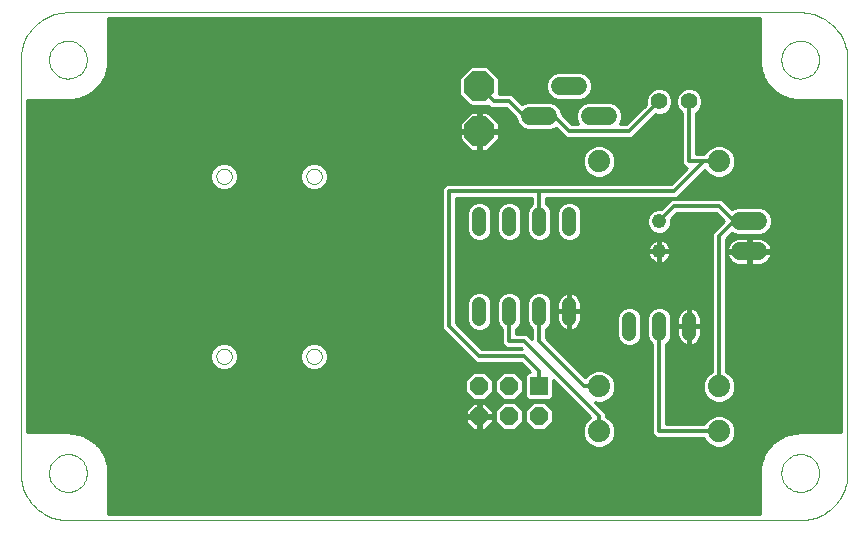
<source format=gbl>
G75*
%MOIN*%
%OFA0B0*%
%FSLAX24Y24*%
%IPPOS*%
%LPD*%
%AMOC8*
5,1,8,0,0,1.08239X$1,22.5*
%
%ADD10C,0.0000*%
%ADD11C,0.0740*%
%ADD12C,0.0480*%
%ADD13C,0.0480*%
%ADD14C,0.0551*%
%ADD15OC8,0.1000*%
%ADD16C,0.0600*%
%ADD17R,0.0600X0.0600*%
%ADD18OC8,0.0600*%
%ADD19C,0.0130*%
%ADD20C,0.0100*%
D10*
X006284Y003416D02*
X030694Y003416D01*
X030064Y004990D02*
X030066Y005040D01*
X030072Y005090D01*
X030082Y005139D01*
X030096Y005187D01*
X030113Y005234D01*
X030134Y005279D01*
X030159Y005323D01*
X030187Y005364D01*
X030219Y005403D01*
X030253Y005440D01*
X030290Y005474D01*
X030330Y005504D01*
X030372Y005531D01*
X030416Y005555D01*
X030462Y005576D01*
X030509Y005592D01*
X030557Y005605D01*
X030607Y005614D01*
X030656Y005619D01*
X030707Y005620D01*
X030757Y005617D01*
X030806Y005610D01*
X030855Y005599D01*
X030903Y005584D01*
X030949Y005566D01*
X030994Y005544D01*
X031037Y005518D01*
X031078Y005489D01*
X031117Y005457D01*
X031153Y005422D01*
X031185Y005384D01*
X031215Y005344D01*
X031242Y005301D01*
X031265Y005257D01*
X031284Y005211D01*
X031300Y005163D01*
X031312Y005114D01*
X031320Y005065D01*
X031324Y005015D01*
X031324Y004965D01*
X031320Y004915D01*
X031312Y004866D01*
X031300Y004817D01*
X031284Y004769D01*
X031265Y004723D01*
X031242Y004679D01*
X031215Y004636D01*
X031185Y004596D01*
X031153Y004558D01*
X031117Y004523D01*
X031078Y004491D01*
X031037Y004462D01*
X030994Y004436D01*
X030949Y004414D01*
X030903Y004396D01*
X030855Y004381D01*
X030806Y004370D01*
X030757Y004363D01*
X030707Y004360D01*
X030656Y004361D01*
X030607Y004366D01*
X030557Y004375D01*
X030509Y004388D01*
X030462Y004404D01*
X030416Y004425D01*
X030372Y004449D01*
X030330Y004476D01*
X030290Y004506D01*
X030253Y004540D01*
X030219Y004577D01*
X030187Y004616D01*
X030159Y004657D01*
X030134Y004701D01*
X030113Y004746D01*
X030096Y004793D01*
X030082Y004841D01*
X030072Y004890D01*
X030066Y004940D01*
X030064Y004990D01*
X030694Y003415D02*
X030771Y003417D01*
X030848Y003423D01*
X030925Y003432D01*
X031001Y003445D01*
X031077Y003462D01*
X031151Y003483D01*
X031225Y003507D01*
X031297Y003535D01*
X031367Y003566D01*
X031436Y003601D01*
X031504Y003639D01*
X031569Y003680D01*
X031632Y003725D01*
X031693Y003773D01*
X031752Y003823D01*
X031808Y003876D01*
X031861Y003932D01*
X031911Y003991D01*
X031959Y004052D01*
X032004Y004115D01*
X032045Y004180D01*
X032083Y004248D01*
X032118Y004317D01*
X032149Y004387D01*
X032177Y004459D01*
X032201Y004533D01*
X032222Y004607D01*
X032239Y004683D01*
X032252Y004759D01*
X032261Y004836D01*
X032267Y004913D01*
X032269Y004990D01*
X032269Y018770D01*
X030064Y018770D02*
X030066Y018820D01*
X030072Y018870D01*
X030082Y018919D01*
X030096Y018967D01*
X030113Y019014D01*
X030134Y019059D01*
X030159Y019103D01*
X030187Y019144D01*
X030219Y019183D01*
X030253Y019220D01*
X030290Y019254D01*
X030330Y019284D01*
X030372Y019311D01*
X030416Y019335D01*
X030462Y019356D01*
X030509Y019372D01*
X030557Y019385D01*
X030607Y019394D01*
X030656Y019399D01*
X030707Y019400D01*
X030757Y019397D01*
X030806Y019390D01*
X030855Y019379D01*
X030903Y019364D01*
X030949Y019346D01*
X030994Y019324D01*
X031037Y019298D01*
X031078Y019269D01*
X031117Y019237D01*
X031153Y019202D01*
X031185Y019164D01*
X031215Y019124D01*
X031242Y019081D01*
X031265Y019037D01*
X031284Y018991D01*
X031300Y018943D01*
X031312Y018894D01*
X031320Y018845D01*
X031324Y018795D01*
X031324Y018745D01*
X031320Y018695D01*
X031312Y018646D01*
X031300Y018597D01*
X031284Y018549D01*
X031265Y018503D01*
X031242Y018459D01*
X031215Y018416D01*
X031185Y018376D01*
X031153Y018338D01*
X031117Y018303D01*
X031078Y018271D01*
X031037Y018242D01*
X030994Y018216D01*
X030949Y018194D01*
X030903Y018176D01*
X030855Y018161D01*
X030806Y018150D01*
X030757Y018143D01*
X030707Y018140D01*
X030656Y018141D01*
X030607Y018146D01*
X030557Y018155D01*
X030509Y018168D01*
X030462Y018184D01*
X030416Y018205D01*
X030372Y018229D01*
X030330Y018256D01*
X030290Y018286D01*
X030253Y018320D01*
X030219Y018357D01*
X030187Y018396D01*
X030159Y018437D01*
X030134Y018481D01*
X030113Y018526D01*
X030096Y018573D01*
X030082Y018621D01*
X030072Y018670D01*
X030066Y018720D01*
X030064Y018770D01*
X030694Y020345D02*
X030771Y020343D01*
X030848Y020337D01*
X030925Y020328D01*
X031001Y020315D01*
X031077Y020298D01*
X031151Y020277D01*
X031225Y020253D01*
X031297Y020225D01*
X031367Y020194D01*
X031436Y020159D01*
X031504Y020121D01*
X031569Y020080D01*
X031632Y020035D01*
X031693Y019987D01*
X031752Y019937D01*
X031808Y019884D01*
X031861Y019828D01*
X031911Y019769D01*
X031959Y019708D01*
X032004Y019645D01*
X032045Y019580D01*
X032083Y019512D01*
X032118Y019443D01*
X032149Y019373D01*
X032177Y019301D01*
X032201Y019227D01*
X032222Y019153D01*
X032239Y019077D01*
X032252Y019001D01*
X032261Y018924D01*
X032267Y018847D01*
X032269Y018770D01*
X030694Y020345D02*
X006284Y020345D01*
X005654Y018770D02*
X005656Y018820D01*
X005662Y018870D01*
X005672Y018919D01*
X005686Y018967D01*
X005703Y019014D01*
X005724Y019059D01*
X005749Y019103D01*
X005777Y019144D01*
X005809Y019183D01*
X005843Y019220D01*
X005880Y019254D01*
X005920Y019284D01*
X005962Y019311D01*
X006006Y019335D01*
X006052Y019356D01*
X006099Y019372D01*
X006147Y019385D01*
X006197Y019394D01*
X006246Y019399D01*
X006297Y019400D01*
X006347Y019397D01*
X006396Y019390D01*
X006445Y019379D01*
X006493Y019364D01*
X006539Y019346D01*
X006584Y019324D01*
X006627Y019298D01*
X006668Y019269D01*
X006707Y019237D01*
X006743Y019202D01*
X006775Y019164D01*
X006805Y019124D01*
X006832Y019081D01*
X006855Y019037D01*
X006874Y018991D01*
X006890Y018943D01*
X006902Y018894D01*
X006910Y018845D01*
X006914Y018795D01*
X006914Y018745D01*
X006910Y018695D01*
X006902Y018646D01*
X006890Y018597D01*
X006874Y018549D01*
X006855Y018503D01*
X006832Y018459D01*
X006805Y018416D01*
X006775Y018376D01*
X006743Y018338D01*
X006707Y018303D01*
X006668Y018271D01*
X006627Y018242D01*
X006584Y018216D01*
X006539Y018194D01*
X006493Y018176D01*
X006445Y018161D01*
X006396Y018150D01*
X006347Y018143D01*
X006297Y018140D01*
X006246Y018141D01*
X006197Y018146D01*
X006147Y018155D01*
X006099Y018168D01*
X006052Y018184D01*
X006006Y018205D01*
X005962Y018229D01*
X005920Y018256D01*
X005880Y018286D01*
X005843Y018320D01*
X005809Y018357D01*
X005777Y018396D01*
X005749Y018437D01*
X005724Y018481D01*
X005703Y018526D01*
X005686Y018573D01*
X005672Y018621D01*
X005662Y018670D01*
X005656Y018720D01*
X005654Y018770D01*
X004709Y018770D02*
X004711Y018847D01*
X004717Y018924D01*
X004726Y019001D01*
X004739Y019077D01*
X004756Y019153D01*
X004777Y019227D01*
X004801Y019301D01*
X004829Y019373D01*
X004860Y019443D01*
X004895Y019512D01*
X004933Y019580D01*
X004974Y019645D01*
X005019Y019708D01*
X005067Y019769D01*
X005117Y019828D01*
X005170Y019884D01*
X005226Y019937D01*
X005285Y019987D01*
X005346Y020035D01*
X005409Y020080D01*
X005474Y020121D01*
X005542Y020159D01*
X005611Y020194D01*
X005681Y020225D01*
X005753Y020253D01*
X005827Y020277D01*
X005901Y020298D01*
X005977Y020315D01*
X006053Y020328D01*
X006130Y020337D01*
X006207Y020343D01*
X006284Y020345D01*
X004709Y018770D02*
X004709Y004990D01*
X005654Y004990D02*
X005656Y005040D01*
X005662Y005090D01*
X005672Y005139D01*
X005686Y005187D01*
X005703Y005234D01*
X005724Y005279D01*
X005749Y005323D01*
X005777Y005364D01*
X005809Y005403D01*
X005843Y005440D01*
X005880Y005474D01*
X005920Y005504D01*
X005962Y005531D01*
X006006Y005555D01*
X006052Y005576D01*
X006099Y005592D01*
X006147Y005605D01*
X006197Y005614D01*
X006246Y005619D01*
X006297Y005620D01*
X006347Y005617D01*
X006396Y005610D01*
X006445Y005599D01*
X006493Y005584D01*
X006539Y005566D01*
X006584Y005544D01*
X006627Y005518D01*
X006668Y005489D01*
X006707Y005457D01*
X006743Y005422D01*
X006775Y005384D01*
X006805Y005344D01*
X006832Y005301D01*
X006855Y005257D01*
X006874Y005211D01*
X006890Y005163D01*
X006902Y005114D01*
X006910Y005065D01*
X006914Y005015D01*
X006914Y004965D01*
X006910Y004915D01*
X006902Y004866D01*
X006890Y004817D01*
X006874Y004769D01*
X006855Y004723D01*
X006832Y004679D01*
X006805Y004636D01*
X006775Y004596D01*
X006743Y004558D01*
X006707Y004523D01*
X006668Y004491D01*
X006627Y004462D01*
X006584Y004436D01*
X006539Y004414D01*
X006493Y004396D01*
X006445Y004381D01*
X006396Y004370D01*
X006347Y004363D01*
X006297Y004360D01*
X006246Y004361D01*
X006197Y004366D01*
X006147Y004375D01*
X006099Y004388D01*
X006052Y004404D01*
X006006Y004425D01*
X005962Y004449D01*
X005920Y004476D01*
X005880Y004506D01*
X005843Y004540D01*
X005809Y004577D01*
X005777Y004616D01*
X005749Y004657D01*
X005724Y004701D01*
X005703Y004746D01*
X005686Y004793D01*
X005672Y004841D01*
X005662Y004890D01*
X005656Y004940D01*
X005654Y004990D01*
X004709Y004990D02*
X004711Y004913D01*
X004717Y004836D01*
X004726Y004759D01*
X004739Y004683D01*
X004756Y004607D01*
X004777Y004533D01*
X004801Y004459D01*
X004829Y004387D01*
X004860Y004317D01*
X004895Y004248D01*
X004933Y004180D01*
X004974Y004115D01*
X005019Y004052D01*
X005067Y003991D01*
X005117Y003932D01*
X005170Y003876D01*
X005226Y003823D01*
X005285Y003773D01*
X005346Y003725D01*
X005409Y003680D01*
X005474Y003639D01*
X005542Y003601D01*
X005611Y003566D01*
X005681Y003535D01*
X005753Y003507D01*
X005827Y003483D01*
X005901Y003462D01*
X005977Y003445D01*
X006053Y003432D01*
X006130Y003423D01*
X006207Y003417D01*
X006284Y003415D01*
X011233Y008880D02*
X011235Y008911D01*
X011241Y008942D01*
X011250Y008972D01*
X011263Y009001D01*
X011280Y009028D01*
X011300Y009052D01*
X011322Y009074D01*
X011348Y009093D01*
X011375Y009109D01*
X011404Y009121D01*
X011434Y009130D01*
X011465Y009135D01*
X011497Y009136D01*
X011528Y009133D01*
X011559Y009126D01*
X011589Y009116D01*
X011617Y009102D01*
X011643Y009084D01*
X011667Y009064D01*
X011688Y009040D01*
X011707Y009015D01*
X011722Y008987D01*
X011733Y008958D01*
X011741Y008927D01*
X011745Y008896D01*
X011745Y008864D01*
X011741Y008833D01*
X011733Y008802D01*
X011722Y008773D01*
X011707Y008745D01*
X011688Y008720D01*
X011667Y008696D01*
X011643Y008676D01*
X011617Y008658D01*
X011589Y008644D01*
X011559Y008634D01*
X011528Y008627D01*
X011497Y008624D01*
X011465Y008625D01*
X011434Y008630D01*
X011404Y008639D01*
X011375Y008651D01*
X011348Y008667D01*
X011322Y008686D01*
X011300Y008708D01*
X011280Y008732D01*
X011263Y008759D01*
X011250Y008788D01*
X011241Y008818D01*
X011235Y008849D01*
X011233Y008880D01*
X014233Y008880D02*
X014235Y008911D01*
X014241Y008942D01*
X014250Y008972D01*
X014263Y009001D01*
X014280Y009028D01*
X014300Y009052D01*
X014322Y009074D01*
X014348Y009093D01*
X014375Y009109D01*
X014404Y009121D01*
X014434Y009130D01*
X014465Y009135D01*
X014497Y009136D01*
X014528Y009133D01*
X014559Y009126D01*
X014589Y009116D01*
X014617Y009102D01*
X014643Y009084D01*
X014667Y009064D01*
X014688Y009040D01*
X014707Y009015D01*
X014722Y008987D01*
X014733Y008958D01*
X014741Y008927D01*
X014745Y008896D01*
X014745Y008864D01*
X014741Y008833D01*
X014733Y008802D01*
X014722Y008773D01*
X014707Y008745D01*
X014688Y008720D01*
X014667Y008696D01*
X014643Y008676D01*
X014617Y008658D01*
X014589Y008644D01*
X014559Y008634D01*
X014528Y008627D01*
X014497Y008624D01*
X014465Y008625D01*
X014434Y008630D01*
X014404Y008639D01*
X014375Y008651D01*
X014348Y008667D01*
X014322Y008686D01*
X014300Y008708D01*
X014280Y008732D01*
X014263Y008759D01*
X014250Y008788D01*
X014241Y008818D01*
X014235Y008849D01*
X014233Y008880D01*
X014233Y014880D02*
X014235Y014911D01*
X014241Y014942D01*
X014250Y014972D01*
X014263Y015001D01*
X014280Y015028D01*
X014300Y015052D01*
X014322Y015074D01*
X014348Y015093D01*
X014375Y015109D01*
X014404Y015121D01*
X014434Y015130D01*
X014465Y015135D01*
X014497Y015136D01*
X014528Y015133D01*
X014559Y015126D01*
X014589Y015116D01*
X014617Y015102D01*
X014643Y015084D01*
X014667Y015064D01*
X014688Y015040D01*
X014707Y015015D01*
X014722Y014987D01*
X014733Y014958D01*
X014741Y014927D01*
X014745Y014896D01*
X014745Y014864D01*
X014741Y014833D01*
X014733Y014802D01*
X014722Y014773D01*
X014707Y014745D01*
X014688Y014720D01*
X014667Y014696D01*
X014643Y014676D01*
X014617Y014658D01*
X014589Y014644D01*
X014559Y014634D01*
X014528Y014627D01*
X014497Y014624D01*
X014465Y014625D01*
X014434Y014630D01*
X014404Y014639D01*
X014375Y014651D01*
X014348Y014667D01*
X014322Y014686D01*
X014300Y014708D01*
X014280Y014732D01*
X014263Y014759D01*
X014250Y014788D01*
X014241Y014818D01*
X014235Y014849D01*
X014233Y014880D01*
X011233Y014880D02*
X011235Y014911D01*
X011241Y014942D01*
X011250Y014972D01*
X011263Y015001D01*
X011280Y015028D01*
X011300Y015052D01*
X011322Y015074D01*
X011348Y015093D01*
X011375Y015109D01*
X011404Y015121D01*
X011434Y015130D01*
X011465Y015135D01*
X011497Y015136D01*
X011528Y015133D01*
X011559Y015126D01*
X011589Y015116D01*
X011617Y015102D01*
X011643Y015084D01*
X011667Y015064D01*
X011688Y015040D01*
X011707Y015015D01*
X011722Y014987D01*
X011733Y014958D01*
X011741Y014927D01*
X011745Y014896D01*
X011745Y014864D01*
X011741Y014833D01*
X011733Y014802D01*
X011722Y014773D01*
X011707Y014745D01*
X011688Y014720D01*
X011667Y014696D01*
X011643Y014676D01*
X011617Y014658D01*
X011589Y014644D01*
X011559Y014634D01*
X011528Y014627D01*
X011497Y014624D01*
X011465Y014625D01*
X011434Y014630D01*
X011404Y014639D01*
X011375Y014651D01*
X011348Y014667D01*
X011322Y014686D01*
X011300Y014708D01*
X011280Y014732D01*
X011263Y014759D01*
X011250Y014788D01*
X011241Y014818D01*
X011235Y014849D01*
X011233Y014880D01*
D11*
X023989Y015380D03*
X027989Y015380D03*
X027989Y007880D03*
X027989Y006380D03*
X023989Y006380D03*
X023989Y007880D03*
D12*
X024989Y009640D02*
X024989Y010120D01*
X025989Y010120D02*
X025989Y009640D01*
X026989Y009640D02*
X026989Y010120D01*
X022989Y010140D02*
X022989Y010620D01*
X021989Y010620D02*
X021989Y010140D01*
X020989Y010140D02*
X020989Y010620D01*
X019989Y010620D02*
X019989Y010140D01*
X019989Y013140D02*
X019989Y013620D01*
X020989Y013620D02*
X020989Y013140D01*
X021989Y013140D02*
X021989Y013620D01*
X022989Y013620D02*
X022989Y013140D01*
D13*
X025989Y013380D03*
X025989Y012380D03*
D14*
X025989Y017380D03*
X026989Y017380D03*
D15*
X019989Y017880D03*
X019989Y016380D03*
D16*
X021689Y016880D02*
X022289Y016880D01*
X022689Y017880D02*
X023289Y017880D01*
X023689Y016880D02*
X024289Y016880D01*
X028689Y013380D02*
X029289Y013380D01*
X029289Y012380D02*
X028689Y012380D01*
D17*
X021989Y007880D03*
D18*
X020989Y007880D03*
X019989Y007880D03*
X019989Y006880D03*
X020989Y006880D03*
X021989Y006880D03*
D19*
X021989Y007880D02*
X021989Y008380D01*
X021489Y008880D01*
X019989Y008880D01*
X018989Y009880D01*
X018989Y014380D01*
X021989Y014380D01*
X026489Y014380D01*
X027489Y015380D01*
X026989Y015380D01*
X026989Y017380D01*
X025989Y017380D02*
X024989Y016380D01*
X022989Y016380D01*
X022489Y016880D01*
X021989Y016880D01*
X021489Y016880D01*
X020989Y017380D01*
X020489Y017380D01*
X019989Y017880D01*
X021989Y014380D02*
X021989Y013380D01*
X025989Y013380D02*
X026489Y013880D01*
X027989Y013880D01*
X028489Y013380D01*
X028989Y013380D01*
X028489Y013380D02*
X027989Y012880D01*
X027989Y007880D01*
X027989Y006380D02*
X025989Y006380D01*
X025989Y009880D01*
X023989Y007880D02*
X023489Y007880D01*
X021989Y009380D01*
X021989Y010380D01*
X020989Y010380D02*
X020989Y009380D01*
X021489Y009380D01*
X023989Y006880D01*
X023989Y006380D01*
X027489Y015380D02*
X027989Y015380D01*
D20*
X028391Y015018D02*
X032069Y015018D01*
X032069Y014920D02*
X028288Y014920D01*
X028295Y014922D02*
X028447Y015074D01*
X028529Y015273D01*
X028529Y015488D01*
X028447Y015686D01*
X028295Y015838D01*
X028096Y015920D01*
X027882Y015920D01*
X027683Y015838D01*
X027531Y015686D01*
X027502Y015615D01*
X027224Y015615D01*
X027224Y016995D01*
X027241Y017002D01*
X027367Y017128D01*
X027435Y017292D01*
X027435Y017469D01*
X027367Y017633D01*
X027241Y017758D01*
X027078Y017826D01*
X026900Y017826D01*
X026737Y017758D01*
X026611Y017633D01*
X026543Y017469D01*
X026543Y017292D01*
X026611Y017128D01*
X026737Y017002D01*
X026754Y016995D01*
X026754Y015283D01*
X026892Y015145D01*
X026922Y015145D01*
X026392Y014615D01*
X018892Y014615D01*
X018754Y014478D01*
X018754Y009783D01*
X018892Y009645D01*
X019892Y008645D01*
X021392Y008645D01*
X021687Y008350D01*
X021619Y008350D01*
X021519Y008251D01*
X021519Y007510D01*
X021619Y007410D01*
X022359Y007410D01*
X022459Y007510D01*
X022459Y008078D01*
X023694Y006843D01*
X022459Y006843D01*
X022459Y006941D02*
X023596Y006941D01*
X023683Y006838D02*
X023531Y006686D01*
X023449Y006488D01*
X023449Y006273D01*
X023531Y006074D01*
X023683Y005922D01*
X023882Y005840D01*
X024096Y005840D01*
X024295Y005922D01*
X024447Y006074D01*
X024529Y006273D01*
X024529Y006488D01*
X024447Y006686D01*
X024295Y006838D01*
X024224Y006867D01*
X024224Y006978D01*
X024086Y007115D01*
X023847Y007355D01*
X023882Y007340D01*
X024096Y007340D01*
X024295Y007422D01*
X024447Y007574D01*
X024529Y007773D01*
X024529Y007988D01*
X024447Y008186D01*
X024295Y008338D01*
X024096Y008420D01*
X023882Y008420D01*
X023683Y008338D01*
X023531Y008186D01*
X023527Y008175D01*
X022224Y009478D01*
X022224Y009795D01*
X022337Y009908D01*
X022399Y010059D01*
X022399Y010702D01*
X022337Y010852D01*
X022221Y010968D01*
X022071Y011030D01*
X021907Y011030D01*
X021757Y010968D01*
X021641Y010852D01*
X021579Y010702D01*
X021579Y010059D01*
X021641Y009908D01*
X021754Y009795D01*
X021754Y009448D01*
X021586Y009615D01*
X021224Y009615D01*
X021224Y009795D01*
X021337Y009908D01*
X021399Y010059D01*
X021399Y010702D01*
X021337Y010852D01*
X021221Y010968D01*
X021071Y011030D01*
X020907Y011030D01*
X020757Y010968D01*
X020641Y010852D01*
X020579Y010702D01*
X020579Y010059D01*
X020641Y009908D01*
X020754Y009795D01*
X020754Y009283D01*
X020892Y009145D01*
X021392Y009145D01*
X021422Y009115D01*
X020086Y009115D01*
X019224Y009978D01*
X019224Y014145D01*
X021754Y014145D01*
X021754Y013965D01*
X021641Y013852D01*
X021579Y013702D01*
X021579Y013059D01*
X021641Y012908D01*
X021757Y012793D01*
X021907Y012730D01*
X022071Y012730D01*
X022221Y012793D01*
X022337Y012908D01*
X022399Y013059D01*
X022399Y013702D01*
X022337Y013852D01*
X022224Y013965D01*
X022224Y014145D01*
X026586Y014145D01*
X027527Y015085D01*
X027531Y015074D01*
X027683Y014922D01*
X027882Y014840D01*
X028096Y014840D01*
X028295Y014922D01*
X028464Y015117D02*
X032069Y015117D01*
X032069Y015215D02*
X028505Y015215D01*
X028529Y015314D02*
X032069Y015314D01*
X032069Y015412D02*
X028529Y015412D01*
X028519Y015511D02*
X032069Y015511D01*
X032069Y015609D02*
X028479Y015609D01*
X028425Y015708D02*
X032069Y015708D01*
X032069Y015806D02*
X028327Y015806D01*
X028134Y015905D02*
X032069Y015905D01*
X032069Y016003D02*
X027224Y016003D01*
X027224Y015905D02*
X027844Y015905D01*
X027651Y015806D02*
X027224Y015806D01*
X027224Y015708D02*
X027553Y015708D01*
X027224Y016102D02*
X032069Y016102D01*
X032069Y016200D02*
X027224Y016200D01*
X027224Y016299D02*
X032069Y016299D01*
X032069Y016397D02*
X027224Y016397D01*
X027224Y016496D02*
X032069Y016496D01*
X032069Y016594D02*
X027224Y016594D01*
X027224Y016693D02*
X032069Y016693D01*
X032069Y016791D02*
X027224Y016791D01*
X027224Y016890D02*
X032069Y016890D01*
X032069Y016988D02*
X027224Y016988D01*
X027326Y017087D02*
X032069Y017087D01*
X032069Y017185D02*
X027391Y017185D01*
X027431Y017284D02*
X032069Y017284D01*
X032069Y017382D02*
X027435Y017382D01*
X027430Y017481D02*
X030278Y017481D01*
X030256Y017486D02*
X030313Y017473D01*
X030368Y017453D01*
X030380Y017459D01*
X030434Y017447D01*
X030443Y017436D01*
X030501Y017432D01*
X030558Y017420D01*
X030570Y017427D01*
X030618Y017424D01*
X030623Y017419D01*
X030688Y017419D01*
X030752Y017414D01*
X030757Y017419D01*
X032069Y017419D01*
X032069Y006342D01*
X030757Y006342D01*
X030752Y006346D01*
X030688Y006342D01*
X030623Y006342D01*
X030618Y006337D01*
X030570Y006333D01*
X030558Y006341D01*
X030501Y006328D01*
X030443Y006324D01*
X030434Y006314D01*
X030380Y006302D01*
X030368Y006308D01*
X030313Y006287D01*
X030256Y006275D01*
X030249Y006263D01*
X030197Y006244D01*
X030183Y006248D01*
X030132Y006220D01*
X030078Y006199D01*
X030072Y006187D01*
X030023Y006160D01*
X030010Y006162D01*
X029963Y006127D01*
X029912Y006099D01*
X029908Y006086D01*
X029864Y006053D01*
X029850Y006053D01*
X029809Y006012D01*
X029762Y005977D01*
X029760Y005963D01*
X029721Y005924D01*
X029707Y005922D01*
X029672Y005875D01*
X029631Y005834D01*
X029631Y005820D01*
X029598Y005776D01*
X029585Y005772D01*
X029557Y005721D01*
X029522Y005674D01*
X029524Y005661D01*
X029497Y005612D01*
X029485Y005606D01*
X029464Y005552D01*
X029436Y005501D01*
X029440Y005487D01*
X029421Y005436D01*
X029409Y005428D01*
X029397Y005371D01*
X029377Y005317D01*
X029382Y005304D01*
X029371Y005250D01*
X029360Y005241D01*
X029356Y005183D01*
X029344Y005126D01*
X029351Y005114D01*
X029348Y005066D01*
X029343Y005061D01*
X029343Y004996D01*
X029338Y004932D01*
X029343Y004927D01*
X029343Y003616D01*
X007635Y003616D01*
X007635Y004927D01*
X007640Y004932D01*
X007635Y004996D01*
X007635Y005061D01*
X007630Y005066D01*
X007627Y005114D01*
X007634Y005126D01*
X007622Y005183D01*
X007618Y005241D01*
X007607Y005250D01*
X007596Y005304D01*
X007601Y005317D01*
X007581Y005371D01*
X007569Y005428D01*
X007557Y005436D01*
X007538Y005487D01*
X007542Y005501D01*
X007514Y005552D01*
X007493Y005606D01*
X007481Y005612D01*
X007454Y005661D01*
X007456Y005674D01*
X007421Y005721D01*
X007393Y005772D01*
X007380Y005776D01*
X007347Y005820D01*
X007347Y005834D01*
X007306Y005875D01*
X007271Y005922D01*
X007257Y005924D01*
X007218Y005963D01*
X007216Y005977D01*
X007169Y006012D01*
X007128Y006053D01*
X007114Y006053D01*
X007070Y006086D01*
X007066Y006099D01*
X007015Y006127D01*
X006968Y006162D01*
X006955Y006160D01*
X006906Y006187D01*
X006900Y006199D01*
X006846Y006220D01*
X006795Y006248D01*
X006781Y006244D01*
X006729Y006263D01*
X006722Y006275D01*
X006665Y006287D01*
X006610Y006308D01*
X006598Y006302D01*
X006544Y006314D01*
X006535Y006324D01*
X006477Y006328D01*
X006420Y006341D01*
X006408Y006333D01*
X006360Y006337D01*
X006355Y006342D01*
X006290Y006342D01*
X006226Y006346D01*
X006221Y006342D01*
X004909Y006342D01*
X004909Y017419D01*
X006221Y017419D01*
X006226Y017414D01*
X006290Y017419D01*
X006355Y017419D01*
X006360Y017424D01*
X006408Y017427D01*
X006420Y017420D01*
X006477Y017432D01*
X006535Y017436D01*
X006544Y017447D01*
X006598Y017459D01*
X006610Y017453D01*
X006665Y017473D01*
X006722Y017486D01*
X006729Y017497D01*
X006781Y017517D01*
X006795Y017513D01*
X006846Y017541D01*
X006900Y017561D01*
X006906Y017573D01*
X006955Y017600D01*
X006968Y017598D01*
X007015Y017633D01*
X007066Y017661D01*
X007070Y017674D01*
X007114Y017707D01*
X007128Y017707D01*
X007169Y017749D01*
X007216Y017783D01*
X007218Y017797D01*
X007257Y017836D01*
X007271Y017838D01*
X007306Y017885D01*
X007347Y017926D01*
X007347Y017940D01*
X007380Y017984D01*
X007393Y017988D01*
X007421Y018039D01*
X007456Y018086D01*
X007454Y018100D01*
X007481Y018148D01*
X007493Y018154D01*
X007514Y018208D01*
X007542Y018260D01*
X007538Y018273D01*
X007557Y018325D01*
X007569Y018332D01*
X007581Y018389D01*
X007601Y018444D01*
X007596Y018456D01*
X007607Y018510D01*
X007618Y018519D01*
X007622Y018578D01*
X007634Y018635D01*
X007627Y018646D01*
X007630Y018695D01*
X007635Y018700D01*
X007635Y018764D01*
X007640Y018828D01*
X007635Y018833D01*
X007635Y020145D01*
X029343Y020145D01*
X029343Y018833D01*
X029338Y018828D01*
X029343Y018764D01*
X029343Y018700D01*
X029348Y018695D01*
X029351Y018646D01*
X029344Y018635D01*
X029356Y018578D01*
X029360Y018519D01*
X029371Y018510D01*
X029382Y018456D01*
X029377Y018444D01*
X029397Y018389D01*
X029409Y018332D01*
X029421Y018325D01*
X029440Y018273D01*
X029436Y018260D01*
X029464Y018208D01*
X029485Y018154D01*
X029497Y018148D01*
X029524Y018100D01*
X029522Y018086D01*
X029557Y018039D01*
X029585Y017988D01*
X029598Y017984D01*
X029631Y017940D01*
X029631Y017926D01*
X029672Y017885D01*
X029707Y017838D01*
X029721Y017836D01*
X029760Y017797D01*
X029762Y017783D01*
X029809Y017749D01*
X029850Y017707D01*
X029864Y017707D01*
X029908Y017674D01*
X029912Y017661D01*
X029963Y017633D01*
X030010Y017598D01*
X030023Y017600D01*
X030072Y017573D01*
X030078Y017561D01*
X030132Y017541D01*
X030183Y017513D01*
X030197Y017517D01*
X030249Y017497D01*
X030256Y017486D01*
X030061Y017579D02*
X027389Y017579D01*
X027322Y017678D02*
X029903Y017678D01*
X029772Y017776D02*
X027197Y017776D01*
X026781Y017776D02*
X026197Y017776D01*
X026241Y017758D02*
X026078Y017826D01*
X025900Y017826D01*
X025737Y017758D01*
X025611Y017633D01*
X025543Y017469D01*
X025543Y017292D01*
X025551Y017274D01*
X024892Y016615D01*
X024688Y016615D01*
X024759Y016787D01*
X024759Y016974D01*
X024687Y017146D01*
X024555Y017279D01*
X024382Y017350D01*
X023595Y017350D01*
X023423Y017279D01*
X023291Y017146D01*
X023219Y016974D01*
X023219Y016787D01*
X023290Y016615D01*
X023086Y016615D01*
X022759Y016943D01*
X022759Y016974D01*
X022687Y017146D01*
X022555Y017279D01*
X022382Y017350D01*
X021595Y017350D01*
X021423Y017279D01*
X021086Y017615D01*
X020659Y017615D01*
X020659Y018158D01*
X020266Y018550D01*
X019711Y018550D01*
X019319Y018158D01*
X019319Y017603D01*
X019711Y017210D01*
X020266Y017210D01*
X020297Y017240D01*
X020392Y017145D01*
X020892Y017145D01*
X021219Y016818D01*
X021219Y016787D01*
X021291Y016614D01*
X021423Y016482D01*
X021595Y016410D01*
X022382Y016410D01*
X022555Y016482D01*
X022892Y016145D01*
X025086Y016145D01*
X025224Y016283D01*
X025883Y016942D01*
X025900Y016935D01*
X026078Y016935D01*
X026241Y017002D01*
X026367Y017128D01*
X026435Y017292D01*
X026435Y017469D01*
X026367Y017633D01*
X026241Y017758D01*
X026322Y017678D02*
X026656Y017678D01*
X026589Y017579D02*
X026389Y017579D01*
X026430Y017481D02*
X026548Y017481D01*
X026543Y017382D02*
X026435Y017382D01*
X026431Y017284D02*
X026547Y017284D01*
X026587Y017185D02*
X026391Y017185D01*
X026326Y017087D02*
X026652Y017087D01*
X026754Y016988D02*
X026207Y016988D01*
X025831Y016890D02*
X026754Y016890D01*
X026754Y016791D02*
X025732Y016791D01*
X025634Y016693D02*
X026754Y016693D01*
X026754Y016594D02*
X025535Y016594D01*
X025437Y016496D02*
X026754Y016496D01*
X026754Y016397D02*
X025338Y016397D01*
X025240Y016299D02*
X026754Y016299D01*
X026754Y016200D02*
X025141Y016200D01*
X024969Y016693D02*
X024720Y016693D01*
X024759Y016791D02*
X025068Y016791D01*
X025166Y016890D02*
X024759Y016890D01*
X024753Y016988D02*
X025265Y016988D01*
X025363Y017087D02*
X024712Y017087D01*
X024649Y017185D02*
X025462Y017185D01*
X025547Y017284D02*
X024543Y017284D01*
X023687Y017614D02*
X023759Y017787D01*
X023759Y017974D01*
X023687Y018146D01*
X023555Y018279D01*
X023382Y018350D01*
X022595Y018350D01*
X022423Y018279D01*
X022291Y018146D01*
X022219Y017974D01*
X022219Y017787D01*
X022291Y017614D01*
X022423Y017482D01*
X022595Y017410D01*
X023382Y017410D01*
X023555Y017482D01*
X023687Y017614D01*
X023653Y017579D02*
X025589Y017579D01*
X025548Y017481D02*
X023553Y017481D01*
X023435Y017284D02*
X022543Y017284D01*
X022649Y017185D02*
X023329Y017185D01*
X023266Y017087D02*
X022712Y017087D01*
X022753Y016988D02*
X023225Y016988D01*
X023219Y016890D02*
X022812Y016890D01*
X022910Y016791D02*
X023219Y016791D01*
X023258Y016693D02*
X023009Y016693D01*
X022640Y016397D02*
X020039Y016397D01*
X020039Y016430D02*
X020639Y016430D01*
X020639Y016649D01*
X020258Y017030D01*
X020039Y017030D01*
X020039Y016430D01*
X020039Y016330D01*
X020039Y015730D01*
X020258Y015730D01*
X020639Y016111D01*
X020639Y016330D01*
X020039Y016330D01*
X019939Y016330D01*
X019939Y015730D01*
X019720Y015730D01*
X019339Y016111D01*
X019339Y016330D01*
X019939Y016330D01*
X019939Y016430D01*
X019339Y016430D01*
X019339Y016649D01*
X019720Y017030D01*
X019939Y017030D01*
X019939Y016430D01*
X020039Y016430D01*
X020039Y016496D02*
X019939Y016496D01*
X019939Y016594D02*
X020039Y016594D01*
X020039Y016693D02*
X019939Y016693D01*
X019939Y016791D02*
X020039Y016791D01*
X020039Y016890D02*
X019939Y016890D01*
X019939Y016988D02*
X020039Y016988D01*
X020300Y016988D02*
X021049Y016988D01*
X021147Y016890D02*
X020399Y016890D01*
X020497Y016791D02*
X021219Y016791D01*
X021258Y016693D02*
X020596Y016693D01*
X020639Y016594D02*
X021310Y016594D01*
X021409Y016496D02*
X020639Y016496D01*
X020639Y016299D02*
X022738Y016299D01*
X022837Y016200D02*
X020639Y016200D01*
X020630Y016102D02*
X026754Y016102D01*
X026754Y016003D02*
X020531Y016003D01*
X020433Y015905D02*
X023844Y015905D01*
X023882Y015920D02*
X023683Y015838D01*
X023531Y015686D01*
X023449Y015488D01*
X023449Y015273D01*
X023531Y015074D01*
X023683Y014922D01*
X023882Y014840D01*
X024096Y014840D01*
X024295Y014922D01*
X024447Y015074D01*
X024529Y015273D01*
X024529Y015488D01*
X024447Y015686D01*
X024295Y015838D01*
X024096Y015920D01*
X023882Y015920D01*
X024134Y015905D02*
X026754Y015905D01*
X026754Y015806D02*
X024327Y015806D01*
X024425Y015708D02*
X026754Y015708D01*
X026754Y015609D02*
X024479Y015609D01*
X024519Y015511D02*
X026754Y015511D01*
X026754Y015412D02*
X024529Y015412D01*
X024529Y015314D02*
X026754Y015314D01*
X026822Y015215D02*
X024505Y015215D01*
X024464Y015117D02*
X026893Y015117D01*
X026795Y015018D02*
X024391Y015018D01*
X024288Y014920D02*
X026696Y014920D01*
X026598Y014821D02*
X014945Y014821D01*
X014945Y014789D02*
X014875Y014622D01*
X014747Y014494D01*
X014580Y014424D01*
X014398Y014424D01*
X014231Y014494D01*
X014102Y014622D01*
X014033Y014789D01*
X014033Y014971D01*
X014102Y015138D01*
X014231Y015267D01*
X014398Y015336D01*
X014580Y015336D01*
X014747Y015267D01*
X014875Y015138D01*
X014945Y014971D01*
X014945Y014789D01*
X014917Y014723D02*
X026499Y014723D01*
X026401Y014624D02*
X014876Y014624D01*
X014779Y014526D02*
X018802Y014526D01*
X018754Y014427D02*
X014587Y014427D01*
X014391Y014427D02*
X011587Y014427D01*
X011580Y014424D02*
X011747Y014494D01*
X011875Y014622D01*
X011945Y014789D01*
X011945Y014971D01*
X011875Y015138D01*
X011747Y015267D01*
X011580Y015336D01*
X011398Y015336D01*
X011231Y015267D01*
X011102Y015138D01*
X011033Y014971D01*
X011033Y014789D01*
X011102Y014622D01*
X011231Y014494D01*
X011398Y014424D01*
X011580Y014424D01*
X011391Y014427D02*
X004909Y014427D01*
X004909Y014329D02*
X018754Y014329D01*
X018754Y014230D02*
X004909Y014230D01*
X004909Y014132D02*
X018754Y014132D01*
X018754Y014033D02*
X004909Y014033D01*
X004909Y013935D02*
X018754Y013935D01*
X018754Y013836D02*
X004909Y013836D01*
X004909Y013738D02*
X018754Y013738D01*
X018754Y013639D02*
X004909Y013639D01*
X004909Y013541D02*
X018754Y013541D01*
X018754Y013442D02*
X004909Y013442D01*
X004909Y013344D02*
X018754Y013344D01*
X018754Y013245D02*
X004909Y013245D01*
X004909Y013147D02*
X018754Y013147D01*
X018754Y013048D02*
X004909Y013048D01*
X004909Y012950D02*
X018754Y012950D01*
X018754Y012851D02*
X004909Y012851D01*
X004909Y012753D02*
X018754Y012753D01*
X018754Y012654D02*
X004909Y012654D01*
X004909Y012556D02*
X018754Y012556D01*
X018754Y012457D02*
X004909Y012457D01*
X004909Y012359D02*
X018754Y012359D01*
X018754Y012260D02*
X004909Y012260D01*
X004909Y012162D02*
X018754Y012162D01*
X018754Y012063D02*
X004909Y012063D01*
X004909Y011965D02*
X018754Y011965D01*
X018754Y011866D02*
X004909Y011866D01*
X004909Y011768D02*
X018754Y011768D01*
X018754Y011669D02*
X004909Y011669D01*
X004909Y011571D02*
X018754Y011571D01*
X018754Y011472D02*
X004909Y011472D01*
X004909Y011374D02*
X018754Y011374D01*
X018754Y011275D02*
X004909Y011275D01*
X004909Y011177D02*
X018754Y011177D01*
X018754Y011078D02*
X004909Y011078D01*
X004909Y010980D02*
X018754Y010980D01*
X018754Y010881D02*
X004909Y010881D01*
X004909Y010783D02*
X018754Y010783D01*
X018754Y010684D02*
X004909Y010684D01*
X004909Y010586D02*
X018754Y010586D01*
X018754Y010487D02*
X004909Y010487D01*
X004909Y010389D02*
X018754Y010389D01*
X018754Y010290D02*
X004909Y010290D01*
X004909Y010192D02*
X018754Y010192D01*
X018754Y010093D02*
X004909Y010093D01*
X004909Y009995D02*
X018754Y009995D01*
X018754Y009896D02*
X004909Y009896D01*
X004909Y009798D02*
X018754Y009798D01*
X018838Y009699D02*
X004909Y009699D01*
X004909Y009601D02*
X018936Y009601D01*
X019035Y009502D02*
X004909Y009502D01*
X004909Y009404D02*
X019133Y009404D01*
X019232Y009305D02*
X014654Y009305D01*
X014580Y009336D02*
X014398Y009336D01*
X014231Y009267D01*
X014102Y009138D01*
X014033Y008971D01*
X014033Y008789D01*
X014102Y008622D01*
X014231Y008494D01*
X014398Y008424D01*
X014580Y008424D01*
X014747Y008494D01*
X014875Y008622D01*
X014945Y008789D01*
X014945Y008971D01*
X014875Y009138D01*
X014747Y009267D01*
X014580Y009336D01*
X014324Y009305D02*
X011654Y009305D01*
X011580Y009336D02*
X011747Y009267D01*
X011875Y009138D01*
X011945Y008971D01*
X011945Y008789D01*
X011875Y008622D01*
X011747Y008494D01*
X011580Y008424D01*
X011398Y008424D01*
X011231Y008494D01*
X011102Y008622D01*
X011033Y008789D01*
X011033Y008971D01*
X011102Y009138D01*
X011231Y009267D01*
X011398Y009336D01*
X011580Y009336D01*
X011324Y009305D02*
X004909Y009305D01*
X004909Y009207D02*
X011171Y009207D01*
X011090Y009108D02*
X004909Y009108D01*
X004909Y009010D02*
X011049Y009010D01*
X011033Y008911D02*
X004909Y008911D01*
X004909Y008813D02*
X011033Y008813D01*
X011064Y008714D02*
X004909Y008714D01*
X004909Y008616D02*
X011109Y008616D01*
X011207Y008517D02*
X004909Y008517D01*
X004909Y008419D02*
X021618Y008419D01*
X021589Y008320D02*
X021214Y008320D01*
X021184Y008350D02*
X020794Y008350D01*
X020519Y008075D01*
X020519Y007686D01*
X020794Y007410D01*
X021184Y007410D01*
X021459Y007686D01*
X021459Y008075D01*
X021184Y008350D01*
X021312Y008222D02*
X021519Y008222D01*
X021519Y008123D02*
X021411Y008123D01*
X021459Y008025D02*
X021519Y008025D01*
X021519Y007926D02*
X021459Y007926D01*
X021459Y007828D02*
X021519Y007828D01*
X021519Y007729D02*
X021459Y007729D01*
X021404Y007631D02*
X021519Y007631D01*
X021519Y007532D02*
X021306Y007532D01*
X021207Y007434D02*
X021595Y007434D01*
X021779Y007335D02*
X021199Y007335D01*
X021184Y007350D02*
X020794Y007350D01*
X020519Y007075D01*
X020519Y006686D01*
X020794Y006410D01*
X021184Y006410D01*
X021459Y006686D01*
X021459Y007075D01*
X021184Y007350D01*
X021297Y007237D02*
X021681Y007237D01*
X021582Y007138D02*
X021396Y007138D01*
X021459Y007040D02*
X021519Y007040D01*
X021519Y007075D02*
X021519Y006686D01*
X021794Y006410D01*
X022184Y006410D01*
X022459Y006686D01*
X022459Y007075D01*
X022184Y007350D01*
X021794Y007350D01*
X021519Y007075D01*
X021519Y006941D02*
X021459Y006941D01*
X021459Y006843D02*
X021519Y006843D01*
X021519Y006744D02*
X021459Y006744D01*
X021419Y006646D02*
X021559Y006646D01*
X021657Y006547D02*
X021321Y006547D01*
X021222Y006449D02*
X021756Y006449D01*
X022222Y006449D02*
X023449Y006449D01*
X023449Y006350D02*
X004909Y006350D01*
X004909Y006449D02*
X019784Y006449D01*
X019803Y006430D02*
X019939Y006430D01*
X019939Y006830D01*
X020039Y006830D01*
X020039Y006430D01*
X020175Y006430D01*
X020439Y006694D01*
X020439Y006830D01*
X020039Y006830D01*
X020039Y006930D01*
X020439Y006930D01*
X020439Y007067D01*
X020175Y007330D01*
X020039Y007330D01*
X020039Y006930D01*
X019939Y006930D01*
X019939Y006830D01*
X019539Y006830D01*
X019539Y006694D01*
X019803Y006430D01*
X019939Y006449D02*
X020039Y006449D01*
X020039Y006547D02*
X019939Y006547D01*
X019939Y006646D02*
X020039Y006646D01*
X020039Y006744D02*
X019939Y006744D01*
X019939Y006843D02*
X004909Y006843D01*
X004909Y006941D02*
X019539Y006941D01*
X019539Y006930D02*
X019939Y006930D01*
X019939Y007330D01*
X019803Y007330D01*
X019539Y007067D01*
X019539Y006930D01*
X019539Y007040D02*
X004909Y007040D01*
X004909Y007138D02*
X019611Y007138D01*
X019709Y007237D02*
X004909Y007237D01*
X004909Y007335D02*
X020779Y007335D01*
X020771Y007434D02*
X020207Y007434D01*
X020184Y007410D02*
X020459Y007686D01*
X020459Y008075D01*
X020184Y008350D01*
X019794Y008350D01*
X019519Y008075D01*
X019519Y007686D01*
X019794Y007410D01*
X020184Y007410D01*
X020306Y007532D02*
X020672Y007532D01*
X020574Y007631D02*
X020404Y007631D01*
X020459Y007729D02*
X020519Y007729D01*
X020519Y007828D02*
X020459Y007828D01*
X020459Y007926D02*
X020519Y007926D01*
X020519Y008025D02*
X020459Y008025D01*
X020411Y008123D02*
X020567Y008123D01*
X020666Y008222D02*
X020312Y008222D01*
X020214Y008320D02*
X020764Y008320D01*
X021421Y008616D02*
X014869Y008616D01*
X014914Y008714D02*
X019823Y008714D01*
X019724Y008813D02*
X014945Y008813D01*
X014945Y008911D02*
X019626Y008911D01*
X019527Y009010D02*
X014929Y009010D01*
X014888Y009108D02*
X019429Y009108D01*
X019330Y009207D02*
X014807Y009207D01*
X014171Y009207D02*
X011807Y009207D01*
X011888Y009108D02*
X014090Y009108D01*
X014049Y009010D02*
X011929Y009010D01*
X011945Y008911D02*
X014033Y008911D01*
X014033Y008813D02*
X011945Y008813D01*
X011914Y008714D02*
X014064Y008714D01*
X014109Y008616D02*
X011869Y008616D01*
X011771Y008517D02*
X014207Y008517D01*
X014771Y008517D02*
X021520Y008517D01*
X022459Y008025D02*
X022512Y008025D01*
X022459Y007926D02*
X022611Y007926D01*
X022709Y007828D02*
X022459Y007828D01*
X022459Y007729D02*
X022808Y007729D01*
X022906Y007631D02*
X022459Y007631D01*
X022459Y007532D02*
X023005Y007532D01*
X023103Y007434D02*
X022383Y007434D01*
X022199Y007335D02*
X023202Y007335D01*
X023300Y007237D02*
X022297Y007237D01*
X022396Y007138D02*
X023399Y007138D01*
X023497Y007040D02*
X022459Y007040D01*
X022459Y006744D02*
X023589Y006744D01*
X023514Y006646D02*
X022419Y006646D01*
X022321Y006547D02*
X023474Y006547D01*
X023458Y006252D02*
X006760Y006252D01*
X006981Y006153D02*
X023499Y006153D01*
X023551Y006055D02*
X007112Y006055D01*
X007225Y005956D02*
X023649Y005956D01*
X023839Y005858D02*
X007323Y005858D01*
X007400Y005759D02*
X029578Y005759D01*
X029524Y005661D02*
X007454Y005661D01*
X007510Y005562D02*
X029468Y005562D01*
X029431Y005464D02*
X007547Y005464D01*
X007583Y005365D02*
X029395Y005365D01*
X029374Y005267D02*
X007604Y005267D01*
X007625Y005168D02*
X029353Y005168D01*
X029348Y005070D02*
X007630Y005070D01*
X007637Y004971D02*
X029341Y004971D01*
X029343Y004873D02*
X007635Y004873D01*
X007635Y004774D02*
X029343Y004774D01*
X029343Y004676D02*
X007635Y004676D01*
X007635Y004577D02*
X029343Y004577D01*
X029343Y004479D02*
X007635Y004479D01*
X007635Y004380D02*
X029343Y004380D01*
X029343Y004282D02*
X007635Y004282D01*
X007635Y004183D02*
X029343Y004183D01*
X029343Y004085D02*
X007635Y004085D01*
X007635Y003986D02*
X029343Y003986D01*
X029343Y003888D02*
X007635Y003888D01*
X007635Y003789D02*
X029343Y003789D01*
X029343Y003691D02*
X007635Y003691D01*
X004909Y006547D02*
X019686Y006547D01*
X019587Y006646D02*
X004909Y006646D01*
X004909Y006744D02*
X019539Y006744D01*
X019939Y006941D02*
X020039Y006941D01*
X020039Y006843D02*
X020519Y006843D01*
X020519Y006941D02*
X020439Y006941D01*
X020439Y007040D02*
X020519Y007040D01*
X020582Y007138D02*
X020367Y007138D01*
X020269Y007237D02*
X020681Y007237D01*
X020039Y007237D02*
X019939Y007237D01*
X019939Y007138D02*
X020039Y007138D01*
X020039Y007040D02*
X019939Y007040D01*
X019771Y007434D02*
X004909Y007434D01*
X004909Y007532D02*
X019672Y007532D01*
X019574Y007631D02*
X004909Y007631D01*
X004909Y007729D02*
X019519Y007729D01*
X019519Y007828D02*
X004909Y007828D01*
X004909Y007926D02*
X019519Y007926D01*
X019519Y008025D02*
X004909Y008025D01*
X004909Y008123D02*
X019567Y008123D01*
X019666Y008222D02*
X004909Y008222D01*
X004909Y008320D02*
X019764Y008320D01*
X019995Y009207D02*
X020830Y009207D01*
X020754Y009305D02*
X019896Y009305D01*
X019798Y009404D02*
X020754Y009404D01*
X020754Y009502D02*
X019699Y009502D01*
X019601Y009601D02*
X020754Y009601D01*
X020754Y009699D02*
X019502Y009699D01*
X019404Y009798D02*
X019752Y009798D01*
X019757Y009793D02*
X019907Y009730D01*
X020071Y009730D01*
X020221Y009793D01*
X020337Y009908D01*
X020399Y010059D01*
X020399Y010702D01*
X020337Y010852D01*
X020221Y010968D01*
X020071Y011030D01*
X019907Y011030D01*
X019757Y010968D01*
X019641Y010852D01*
X019579Y010702D01*
X019579Y010059D01*
X019641Y009908D01*
X019757Y009793D01*
X019653Y009896D02*
X019305Y009896D01*
X019224Y009995D02*
X019605Y009995D01*
X019579Y010093D02*
X019224Y010093D01*
X019224Y010192D02*
X019579Y010192D01*
X019579Y010290D02*
X019224Y010290D01*
X019224Y010389D02*
X019579Y010389D01*
X019579Y010487D02*
X019224Y010487D01*
X019224Y010586D02*
X019579Y010586D01*
X019579Y010684D02*
X019224Y010684D01*
X019224Y010783D02*
X019613Y010783D01*
X019670Y010881D02*
X019224Y010881D01*
X019224Y010980D02*
X019786Y010980D01*
X020192Y010980D02*
X020786Y010980D01*
X020670Y010881D02*
X020308Y010881D01*
X020365Y010783D02*
X020613Y010783D01*
X020579Y010684D02*
X020399Y010684D01*
X020399Y010586D02*
X020579Y010586D01*
X020579Y010487D02*
X020399Y010487D01*
X020399Y010389D02*
X020579Y010389D01*
X020579Y010290D02*
X020399Y010290D01*
X020399Y010192D02*
X020579Y010192D01*
X020579Y010093D02*
X020399Y010093D01*
X020372Y009995D02*
X020605Y009995D01*
X020653Y009896D02*
X020325Y009896D01*
X020226Y009798D02*
X020752Y009798D01*
X021226Y009798D02*
X021752Y009798D01*
X021754Y009699D02*
X021224Y009699D01*
X021325Y009896D02*
X021653Y009896D01*
X021605Y009995D02*
X021372Y009995D01*
X021399Y010093D02*
X021579Y010093D01*
X021579Y010192D02*
X021399Y010192D01*
X021399Y010290D02*
X021579Y010290D01*
X021579Y010389D02*
X021399Y010389D01*
X021399Y010487D02*
X021579Y010487D01*
X021579Y010586D02*
X021399Y010586D01*
X021399Y010684D02*
X021579Y010684D01*
X021613Y010783D02*
X021365Y010783D01*
X021308Y010881D02*
X021670Y010881D01*
X021786Y010980D02*
X021192Y010980D01*
X022192Y010980D02*
X022838Y010980D01*
X022804Y010966D02*
X022740Y010923D01*
X022686Y010869D01*
X022643Y010805D01*
X022614Y010734D01*
X022599Y010659D01*
X022599Y010410D01*
X022959Y010410D01*
X022959Y010350D01*
X023019Y010350D01*
X023019Y009750D01*
X023027Y009750D01*
X023103Y009765D01*
X023174Y009795D01*
X023238Y009837D01*
X023292Y009892D01*
X023335Y009955D01*
X023364Y010026D01*
X023379Y010102D01*
X023379Y010350D01*
X023019Y010350D01*
X023019Y010410D01*
X023379Y010410D01*
X023379Y010659D01*
X023364Y010734D01*
X023335Y010805D01*
X023292Y010869D01*
X023238Y010923D01*
X023174Y010966D01*
X023103Y010995D01*
X023027Y011010D01*
X023019Y011010D01*
X023019Y010410D01*
X022959Y010410D01*
X022959Y011010D01*
X022951Y011010D01*
X022875Y010995D01*
X022804Y010966D01*
X022698Y010881D02*
X022308Y010881D01*
X022365Y010783D02*
X022634Y010783D01*
X022604Y010684D02*
X022399Y010684D01*
X022399Y010586D02*
X022599Y010586D01*
X022599Y010487D02*
X022399Y010487D01*
X022399Y010389D02*
X022959Y010389D01*
X022959Y010350D02*
X022599Y010350D01*
X022599Y010102D01*
X022614Y010026D01*
X022643Y009955D01*
X022686Y009892D01*
X022740Y009837D01*
X022804Y009795D01*
X022875Y009765D01*
X022951Y009750D01*
X022959Y009750D01*
X022959Y010350D01*
X022959Y010290D02*
X023019Y010290D01*
X023019Y010192D02*
X022959Y010192D01*
X022959Y010093D02*
X023019Y010093D01*
X023019Y009995D02*
X022959Y009995D01*
X022959Y009896D02*
X023019Y009896D01*
X023019Y009798D02*
X022959Y009798D01*
X022800Y009798D02*
X022226Y009798D01*
X022224Y009699D02*
X024579Y009699D01*
X024579Y009601D02*
X022224Y009601D01*
X022224Y009502D02*
X024602Y009502D01*
X024579Y009559D02*
X024641Y009408D01*
X024757Y009293D01*
X024907Y009230D01*
X025071Y009230D01*
X025221Y009293D01*
X025337Y009408D01*
X025399Y009559D01*
X025399Y010202D01*
X025337Y010352D01*
X025221Y010468D01*
X025071Y010530D01*
X024907Y010530D01*
X024757Y010468D01*
X024641Y010352D01*
X024579Y010202D01*
X024579Y009559D01*
X024646Y009404D02*
X022298Y009404D01*
X022396Y009305D02*
X024744Y009305D01*
X025234Y009305D02*
X025744Y009305D01*
X025754Y009295D02*
X025641Y009408D01*
X025579Y009559D01*
X025579Y010202D01*
X025641Y010352D01*
X025757Y010468D01*
X025907Y010530D01*
X026071Y010530D01*
X026221Y010468D01*
X026337Y010352D01*
X026399Y010202D01*
X026399Y009559D01*
X026337Y009408D01*
X026224Y009295D01*
X026224Y006615D01*
X027502Y006615D01*
X027531Y006686D01*
X027683Y006838D01*
X027882Y006920D01*
X028096Y006920D01*
X028295Y006838D01*
X028447Y006686D01*
X028529Y006488D01*
X028529Y006273D01*
X028447Y006074D01*
X028295Y005922D01*
X028096Y005840D01*
X027882Y005840D01*
X027683Y005922D01*
X027531Y006074D01*
X027502Y006145D01*
X025892Y006145D01*
X025754Y006283D01*
X025754Y009295D01*
X025754Y009207D02*
X022495Y009207D01*
X022593Y009108D02*
X025754Y009108D01*
X025754Y009010D02*
X022692Y009010D01*
X022790Y008911D02*
X025754Y008911D01*
X025754Y008813D02*
X022889Y008813D01*
X022987Y008714D02*
X025754Y008714D01*
X025754Y008616D02*
X023086Y008616D01*
X023184Y008517D02*
X025754Y008517D01*
X025754Y008419D02*
X024100Y008419D01*
X023878Y008419D02*
X023283Y008419D01*
X023381Y008320D02*
X023665Y008320D01*
X023567Y008222D02*
X023480Y008222D01*
X024313Y008320D02*
X025754Y008320D01*
X025754Y008222D02*
X024411Y008222D01*
X024473Y008123D02*
X025754Y008123D01*
X025754Y008025D02*
X024514Y008025D01*
X024529Y007926D02*
X025754Y007926D01*
X025754Y007828D02*
X024529Y007828D01*
X024511Y007729D02*
X025754Y007729D01*
X025754Y007631D02*
X024470Y007631D01*
X024405Y007532D02*
X025754Y007532D01*
X025754Y007434D02*
X024306Y007434D01*
X024063Y007138D02*
X025754Y007138D01*
X025754Y007040D02*
X024162Y007040D01*
X024224Y006941D02*
X025754Y006941D01*
X025754Y006843D02*
X024283Y006843D01*
X024389Y006744D02*
X025754Y006744D01*
X025754Y006646D02*
X024463Y006646D01*
X024504Y006547D02*
X025754Y006547D01*
X025754Y006449D02*
X024529Y006449D01*
X024529Y006350D02*
X025754Y006350D01*
X025785Y006252D02*
X024520Y006252D01*
X024479Y006153D02*
X025884Y006153D01*
X026224Y006646D02*
X027514Y006646D01*
X027589Y006744D02*
X026224Y006744D01*
X026224Y006843D02*
X027694Y006843D01*
X028283Y006843D02*
X032069Y006843D01*
X032069Y006941D02*
X026224Y006941D01*
X026224Y007040D02*
X032069Y007040D01*
X032069Y007138D02*
X026224Y007138D01*
X026224Y007237D02*
X032069Y007237D01*
X032069Y007335D02*
X026224Y007335D01*
X026224Y007434D02*
X027672Y007434D01*
X027683Y007422D02*
X027882Y007340D01*
X028096Y007340D01*
X028295Y007422D01*
X028447Y007574D01*
X028529Y007773D01*
X028529Y007988D01*
X028447Y008186D01*
X028295Y008338D01*
X028224Y008367D01*
X028224Y012783D01*
X028423Y012982D01*
X028595Y012910D01*
X029382Y012910D01*
X029555Y012982D01*
X029687Y013114D01*
X029759Y013287D01*
X029759Y013474D01*
X029687Y013646D01*
X029555Y013779D01*
X029382Y013850D01*
X028595Y013850D01*
X028423Y013779D01*
X028086Y014115D01*
X026392Y014115D01*
X026067Y013790D01*
X025907Y013790D01*
X025757Y013728D01*
X025641Y013612D01*
X025579Y013462D01*
X025579Y013299D01*
X025641Y013148D01*
X025757Y013033D01*
X025907Y012970D01*
X026071Y012970D01*
X026221Y013033D01*
X026337Y013148D01*
X026399Y013299D01*
X026399Y013458D01*
X026586Y013645D01*
X027892Y013645D01*
X028157Y013380D01*
X027754Y012978D01*
X027754Y008367D01*
X027683Y008338D01*
X027531Y008186D01*
X027449Y007988D01*
X027449Y007773D01*
X027531Y007574D01*
X027683Y007422D01*
X027573Y007532D02*
X026224Y007532D01*
X026224Y007631D02*
X027508Y007631D01*
X027467Y007729D02*
X026224Y007729D01*
X026224Y007828D02*
X027449Y007828D01*
X027449Y007926D02*
X026224Y007926D01*
X026224Y008025D02*
X027464Y008025D01*
X027505Y008123D02*
X026224Y008123D01*
X026224Y008222D02*
X027567Y008222D01*
X027665Y008320D02*
X026224Y008320D01*
X026224Y008419D02*
X027754Y008419D01*
X027754Y008517D02*
X026224Y008517D01*
X026224Y008616D02*
X027754Y008616D01*
X027754Y008714D02*
X026224Y008714D01*
X026224Y008813D02*
X027754Y008813D01*
X027754Y008911D02*
X026224Y008911D01*
X026224Y009010D02*
X027754Y009010D01*
X027754Y009108D02*
X026224Y009108D01*
X026224Y009207D02*
X027754Y009207D01*
X027754Y009305D02*
X027190Y009305D01*
X027174Y009295D02*
X027238Y009337D01*
X027292Y009392D01*
X027335Y009455D01*
X027364Y009526D01*
X027379Y009602D01*
X027379Y009850D01*
X027019Y009850D01*
X027019Y009250D01*
X027027Y009250D01*
X027103Y009265D01*
X027174Y009295D01*
X027019Y009305D02*
X026959Y009305D01*
X026959Y009250D02*
X026959Y009850D01*
X027019Y009850D01*
X027019Y009910D01*
X027379Y009910D01*
X027379Y010159D01*
X027364Y010234D01*
X027335Y010305D01*
X027292Y010369D01*
X027238Y010423D01*
X027174Y010466D01*
X027103Y010495D01*
X027027Y010510D01*
X027019Y010510D01*
X027019Y009910D01*
X026959Y009910D01*
X026959Y009850D01*
X026599Y009850D01*
X026599Y009602D01*
X026614Y009526D01*
X026643Y009455D01*
X026686Y009392D01*
X026740Y009337D01*
X026804Y009295D01*
X026875Y009265D01*
X026951Y009250D01*
X026959Y009250D01*
X026959Y009404D02*
X027019Y009404D01*
X027019Y009502D02*
X026959Y009502D01*
X026959Y009601D02*
X027019Y009601D01*
X027019Y009699D02*
X026959Y009699D01*
X026959Y009798D02*
X027019Y009798D01*
X027019Y009896D02*
X027754Y009896D01*
X027754Y009798D02*
X027379Y009798D01*
X027379Y009699D02*
X027754Y009699D01*
X027754Y009601D02*
X027379Y009601D01*
X027354Y009502D02*
X027754Y009502D01*
X027754Y009404D02*
X027300Y009404D01*
X026788Y009305D02*
X026234Y009305D01*
X026332Y009404D02*
X026678Y009404D01*
X026624Y009502D02*
X026376Y009502D01*
X026399Y009601D02*
X026599Y009601D01*
X026599Y009699D02*
X026399Y009699D01*
X026399Y009798D02*
X026599Y009798D01*
X026599Y009910D02*
X026959Y009910D01*
X026959Y010510D01*
X026951Y010510D01*
X026875Y010495D01*
X026804Y010466D01*
X026740Y010423D01*
X026686Y010369D01*
X026643Y010305D01*
X026614Y010234D01*
X026599Y010159D01*
X026599Y009910D01*
X026599Y009995D02*
X026399Y009995D01*
X026399Y010093D02*
X026599Y010093D01*
X026606Y010192D02*
X026399Y010192D01*
X026362Y010290D02*
X026637Y010290D01*
X026706Y010389D02*
X026300Y010389D01*
X026174Y010487D02*
X026856Y010487D01*
X026959Y010487D02*
X027019Y010487D01*
X027019Y010389D02*
X026959Y010389D01*
X026959Y010290D02*
X027019Y010290D01*
X027019Y010192D02*
X026959Y010192D01*
X026959Y010093D02*
X027019Y010093D01*
X027019Y009995D02*
X026959Y009995D01*
X026959Y009896D02*
X026399Y009896D01*
X025579Y009896D02*
X025399Y009896D01*
X025399Y009798D02*
X025579Y009798D01*
X025579Y009699D02*
X025399Y009699D01*
X025399Y009601D02*
X025579Y009601D01*
X025602Y009502D02*
X025376Y009502D01*
X025332Y009404D02*
X025646Y009404D01*
X025579Y009995D02*
X025399Y009995D01*
X025399Y010093D02*
X025579Y010093D01*
X025579Y010192D02*
X025399Y010192D01*
X025362Y010290D02*
X025616Y010290D01*
X025678Y010389D02*
X025300Y010389D01*
X025174Y010487D02*
X025804Y010487D01*
X024804Y010487D02*
X023379Y010487D01*
X023379Y010586D02*
X027754Y010586D01*
X027754Y010684D02*
X023374Y010684D01*
X023344Y010783D02*
X027754Y010783D01*
X027754Y010881D02*
X023280Y010881D01*
X023140Y010980D02*
X027754Y010980D01*
X027754Y011078D02*
X019224Y011078D01*
X019224Y011177D02*
X027754Y011177D01*
X027754Y011275D02*
X019224Y011275D01*
X019224Y011374D02*
X027754Y011374D01*
X027754Y011472D02*
X019224Y011472D01*
X019224Y011571D02*
X027754Y011571D01*
X027754Y011669D02*
X019224Y011669D01*
X019224Y011768D02*
X027754Y011768D01*
X027754Y011866D02*
X019224Y011866D01*
X019224Y011965D02*
X027754Y011965D01*
X027754Y012063D02*
X026217Y012063D01*
X026238Y012077D02*
X026292Y012132D01*
X026335Y012195D01*
X026364Y012266D01*
X026379Y012342D01*
X026379Y012350D01*
X026019Y012350D01*
X026019Y011990D01*
X026027Y011990D01*
X026103Y012005D01*
X026174Y012035D01*
X026238Y012077D01*
X026312Y012162D02*
X027754Y012162D01*
X027754Y012260D02*
X026361Y012260D01*
X026379Y012410D02*
X026379Y012419D01*
X026364Y012494D01*
X026335Y012565D01*
X026292Y012629D01*
X026238Y012683D01*
X026174Y012726D01*
X026103Y012755D01*
X026027Y012770D01*
X026019Y012770D01*
X026019Y012410D01*
X026379Y012410D01*
X026371Y012457D02*
X027754Y012457D01*
X027754Y012359D02*
X026019Y012359D01*
X026019Y012350D02*
X026019Y012410D01*
X025959Y012410D01*
X025959Y012350D01*
X026019Y012350D01*
X025959Y012350D02*
X025959Y011990D01*
X025951Y011990D01*
X025875Y012005D01*
X025804Y012035D01*
X025740Y012077D01*
X025686Y012132D01*
X025643Y012195D01*
X025614Y012266D01*
X025599Y012342D01*
X025599Y012350D01*
X025959Y012350D01*
X025959Y012359D02*
X019224Y012359D01*
X019224Y012457D02*
X025607Y012457D01*
X025614Y012494D02*
X025599Y012419D01*
X025599Y012410D01*
X025959Y012410D01*
X025959Y012770D01*
X025951Y012770D01*
X025875Y012755D01*
X025804Y012726D01*
X025740Y012683D01*
X025686Y012629D01*
X025643Y012565D01*
X025614Y012494D01*
X025640Y012556D02*
X019224Y012556D01*
X019224Y012654D02*
X025711Y012654D01*
X025869Y012753D02*
X023125Y012753D01*
X023071Y012730D02*
X023221Y012793D01*
X023337Y012908D01*
X023399Y013059D01*
X023399Y013702D01*
X023337Y013852D01*
X023221Y013968D01*
X023071Y014030D01*
X022907Y014030D01*
X022757Y013968D01*
X022641Y013852D01*
X022579Y013702D01*
X022579Y013059D01*
X022641Y012908D01*
X022757Y012793D01*
X022907Y012730D01*
X023071Y012730D01*
X022853Y012753D02*
X022125Y012753D01*
X022280Y012851D02*
X022698Y012851D01*
X022624Y012950D02*
X022354Y012950D01*
X022395Y013048D02*
X022583Y013048D01*
X022579Y013147D02*
X022399Y013147D01*
X022399Y013245D02*
X022579Y013245D01*
X022579Y013344D02*
X022399Y013344D01*
X022399Y013442D02*
X022579Y013442D01*
X022579Y013541D02*
X022399Y013541D01*
X022399Y013639D02*
X022579Y013639D01*
X022594Y013738D02*
X022384Y013738D01*
X022343Y013836D02*
X022635Y013836D01*
X022724Y013935D02*
X022254Y013935D01*
X022224Y014033D02*
X026310Y014033D01*
X026211Y013935D02*
X023254Y013935D01*
X023343Y013836D02*
X026113Y013836D01*
X025781Y013738D02*
X023384Y013738D01*
X023399Y013639D02*
X025668Y013639D01*
X025612Y013541D02*
X023399Y013541D01*
X023399Y013442D02*
X025579Y013442D01*
X025579Y013344D02*
X023399Y013344D01*
X023399Y013245D02*
X025601Y013245D01*
X025643Y013147D02*
X023399Y013147D01*
X023395Y013048D02*
X025741Y013048D01*
X025959Y012753D02*
X026019Y012753D01*
X026109Y012753D02*
X027754Y012753D01*
X027754Y012851D02*
X023280Y012851D01*
X023354Y012950D02*
X027754Y012950D01*
X027825Y013048D02*
X026237Y013048D01*
X026335Y013147D02*
X027923Y013147D01*
X028022Y013245D02*
X026377Y013245D01*
X026399Y013344D02*
X028120Y013344D01*
X028095Y013442D02*
X026399Y013442D01*
X026482Y013541D02*
X027996Y013541D01*
X027898Y013639D02*
X026580Y013639D01*
X026671Y014230D02*
X032069Y014230D01*
X032069Y014132D02*
X022224Y014132D01*
X021754Y014132D02*
X019224Y014132D01*
X019224Y014033D02*
X021754Y014033D01*
X021724Y013935D02*
X021254Y013935D01*
X021221Y013968D02*
X021071Y014030D01*
X020907Y014030D01*
X020757Y013968D01*
X020641Y013852D01*
X020579Y013702D01*
X020579Y013059D01*
X020641Y012908D01*
X020757Y012793D01*
X020907Y012730D01*
X021071Y012730D01*
X021221Y012793D01*
X021337Y012908D01*
X021399Y013059D01*
X021399Y013702D01*
X021337Y013852D01*
X021221Y013968D01*
X021343Y013836D02*
X021635Y013836D01*
X021594Y013738D02*
X021384Y013738D01*
X021399Y013639D02*
X021579Y013639D01*
X021579Y013541D02*
X021399Y013541D01*
X021399Y013442D02*
X021579Y013442D01*
X021579Y013344D02*
X021399Y013344D01*
X021399Y013245D02*
X021579Y013245D01*
X021579Y013147D02*
X021399Y013147D01*
X021395Y013048D02*
X021583Y013048D01*
X021624Y012950D02*
X021354Y012950D01*
X021280Y012851D02*
X021698Y012851D01*
X021853Y012753D02*
X021125Y012753D01*
X020853Y012753D02*
X020125Y012753D01*
X020071Y012730D02*
X020221Y012793D01*
X020337Y012908D01*
X020399Y013059D01*
X020399Y013702D01*
X020337Y013852D01*
X020221Y013968D01*
X020071Y014030D01*
X019907Y014030D01*
X019757Y013968D01*
X019641Y013852D01*
X019579Y013702D01*
X019579Y013059D01*
X019641Y012908D01*
X019757Y012793D01*
X019907Y012730D01*
X020071Y012730D01*
X019853Y012753D02*
X019224Y012753D01*
X019224Y012851D02*
X019698Y012851D01*
X019624Y012950D02*
X019224Y012950D01*
X019224Y013048D02*
X019583Y013048D01*
X019579Y013147D02*
X019224Y013147D01*
X019224Y013245D02*
X019579Y013245D01*
X019579Y013344D02*
X019224Y013344D01*
X019224Y013442D02*
X019579Y013442D01*
X019579Y013541D02*
X019224Y013541D01*
X019224Y013639D02*
X019579Y013639D01*
X019594Y013738D02*
X019224Y013738D01*
X019224Y013836D02*
X019635Y013836D01*
X019724Y013935D02*
X019224Y013935D01*
X020254Y013935D02*
X020724Y013935D01*
X020635Y013836D02*
X020343Y013836D01*
X020384Y013738D02*
X020594Y013738D01*
X020579Y013639D02*
X020399Y013639D01*
X020399Y013541D02*
X020579Y013541D01*
X020579Y013442D02*
X020399Y013442D01*
X020399Y013344D02*
X020579Y013344D01*
X020579Y013245D02*
X020399Y013245D01*
X020399Y013147D02*
X020579Y013147D01*
X020583Y013048D02*
X020395Y013048D01*
X020354Y012950D02*
X020624Y012950D01*
X020698Y012851D02*
X020280Y012851D01*
X019224Y012260D02*
X025617Y012260D01*
X025666Y012162D02*
X019224Y012162D01*
X019224Y012063D02*
X025761Y012063D01*
X025959Y012063D02*
X026019Y012063D01*
X026019Y012162D02*
X025959Y012162D01*
X025959Y012260D02*
X026019Y012260D01*
X026019Y012457D02*
X025959Y012457D01*
X025959Y012556D02*
X026019Y012556D01*
X026019Y012654D02*
X025959Y012654D01*
X026266Y012654D02*
X027754Y012654D01*
X027754Y012556D02*
X026338Y012556D01*
X028224Y012556D02*
X028273Y012556D01*
X028272Y012553D02*
X028250Y012486D01*
X028241Y012430D01*
X028939Y012430D01*
X028939Y012330D01*
X029039Y012330D01*
X029039Y011930D01*
X029324Y011930D01*
X029394Y011941D01*
X029462Y011963D01*
X029525Y011995D01*
X029582Y012037D01*
X029632Y012087D01*
X029674Y012144D01*
X029706Y012207D01*
X029728Y012275D01*
X029737Y012330D01*
X029039Y012330D01*
X029039Y012430D01*
X029737Y012430D01*
X029728Y012486D01*
X029706Y012553D01*
X029674Y012616D01*
X029632Y012673D01*
X029582Y012723D01*
X029525Y012765D01*
X029462Y012797D01*
X029394Y012819D01*
X029324Y012830D01*
X029039Y012830D01*
X029039Y012430D01*
X028939Y012430D01*
X028939Y012830D01*
X028654Y012830D01*
X028584Y012819D01*
X028516Y012797D01*
X028453Y012765D01*
X028396Y012723D01*
X028346Y012673D01*
X028304Y012616D01*
X028272Y012553D01*
X028246Y012457D02*
X028224Y012457D01*
X028224Y012359D02*
X028939Y012359D01*
X028939Y012330D02*
X028241Y012330D01*
X028250Y012275D01*
X028272Y012207D01*
X028304Y012144D01*
X028346Y012087D01*
X028396Y012037D01*
X028453Y011995D01*
X028516Y011963D01*
X028584Y011941D01*
X028654Y011930D01*
X028939Y011930D01*
X028939Y012330D01*
X028939Y012260D02*
X029039Y012260D01*
X029039Y012162D02*
X028939Y012162D01*
X028939Y012063D02*
X029039Y012063D01*
X029039Y011965D02*
X028939Y011965D01*
X028513Y011965D02*
X028224Y011965D01*
X028224Y012063D02*
X028370Y012063D01*
X028295Y012162D02*
X028224Y012162D01*
X028224Y012260D02*
X028255Y012260D01*
X028224Y012654D02*
X028332Y012654D01*
X028436Y012753D02*
X028224Y012753D01*
X028292Y012851D02*
X032069Y012851D01*
X032069Y012753D02*
X029542Y012753D01*
X029646Y012654D02*
X032069Y012654D01*
X032069Y012556D02*
X029705Y012556D01*
X029732Y012457D02*
X032069Y012457D01*
X032069Y012359D02*
X029039Y012359D01*
X029039Y012457D02*
X028939Y012457D01*
X028939Y012556D02*
X029039Y012556D01*
X029039Y012654D02*
X028939Y012654D01*
X028939Y012753D02*
X029039Y012753D01*
X029478Y012950D02*
X032069Y012950D01*
X032069Y013048D02*
X029622Y013048D01*
X029701Y013147D02*
X032069Y013147D01*
X032069Y013245D02*
X029742Y013245D01*
X029759Y013344D02*
X032069Y013344D01*
X032069Y013442D02*
X029759Y013442D01*
X029731Y013541D02*
X032069Y013541D01*
X032069Y013639D02*
X029690Y013639D01*
X029596Y013738D02*
X032069Y013738D01*
X032069Y013836D02*
X029416Y013836D01*
X028562Y013836D02*
X028365Y013836D01*
X028267Y013935D02*
X032069Y013935D01*
X032069Y014033D02*
X028168Y014033D01*
X027164Y014723D02*
X032069Y014723D01*
X032069Y014821D02*
X027262Y014821D01*
X027361Y014920D02*
X027690Y014920D01*
X027587Y015018D02*
X027459Y015018D01*
X027065Y014624D02*
X032069Y014624D01*
X032069Y014526D02*
X026967Y014526D01*
X026868Y014427D02*
X032069Y014427D01*
X032069Y014329D02*
X026770Y014329D01*
X028391Y012950D02*
X028500Y012950D01*
X029723Y012260D02*
X032069Y012260D01*
X032069Y012162D02*
X029683Y012162D01*
X029608Y012063D02*
X032069Y012063D01*
X032069Y011965D02*
X029465Y011965D01*
X028224Y011866D02*
X032069Y011866D01*
X032069Y011768D02*
X028224Y011768D01*
X028224Y011669D02*
X032069Y011669D01*
X032069Y011571D02*
X028224Y011571D01*
X028224Y011472D02*
X032069Y011472D01*
X032069Y011374D02*
X028224Y011374D01*
X028224Y011275D02*
X032069Y011275D01*
X032069Y011177D02*
X028224Y011177D01*
X028224Y011078D02*
X032069Y011078D01*
X032069Y010980D02*
X028224Y010980D01*
X028224Y010881D02*
X032069Y010881D01*
X032069Y010783D02*
X028224Y010783D01*
X028224Y010684D02*
X032069Y010684D01*
X032069Y010586D02*
X028224Y010586D01*
X028224Y010487D02*
X032069Y010487D01*
X032069Y010389D02*
X028224Y010389D01*
X028224Y010290D02*
X032069Y010290D01*
X032069Y010192D02*
X028224Y010192D01*
X028224Y010093D02*
X032069Y010093D01*
X032069Y009995D02*
X028224Y009995D01*
X028224Y009896D02*
X032069Y009896D01*
X032069Y009798D02*
X028224Y009798D01*
X028224Y009699D02*
X032069Y009699D01*
X032069Y009601D02*
X028224Y009601D01*
X028224Y009502D02*
X032069Y009502D01*
X032069Y009404D02*
X028224Y009404D01*
X028224Y009305D02*
X032069Y009305D01*
X032069Y009207D02*
X028224Y009207D01*
X028224Y009108D02*
X032069Y009108D01*
X032069Y009010D02*
X028224Y009010D01*
X028224Y008911D02*
X032069Y008911D01*
X032069Y008813D02*
X028224Y008813D01*
X028224Y008714D02*
X032069Y008714D01*
X032069Y008616D02*
X028224Y008616D01*
X028224Y008517D02*
X032069Y008517D01*
X032069Y008419D02*
X028224Y008419D01*
X028313Y008320D02*
X032069Y008320D01*
X032069Y008222D02*
X028411Y008222D01*
X028473Y008123D02*
X032069Y008123D01*
X032069Y008025D02*
X028514Y008025D01*
X028529Y007926D02*
X032069Y007926D01*
X032069Y007828D02*
X028529Y007828D01*
X028511Y007729D02*
X032069Y007729D01*
X032069Y007631D02*
X028470Y007631D01*
X028405Y007532D02*
X032069Y007532D01*
X032069Y007434D02*
X028306Y007434D01*
X028389Y006744D02*
X032069Y006744D01*
X032069Y006646D02*
X028463Y006646D01*
X028504Y006547D02*
X032069Y006547D01*
X032069Y006449D02*
X028529Y006449D01*
X028529Y006350D02*
X032069Y006350D01*
X030218Y006252D02*
X028520Y006252D01*
X028479Y006153D02*
X029997Y006153D01*
X029866Y006055D02*
X028427Y006055D01*
X028329Y005956D02*
X029753Y005956D01*
X029654Y005858D02*
X028139Y005858D01*
X027839Y005858D02*
X024139Y005858D01*
X024329Y005956D02*
X027649Y005956D01*
X027551Y006055D02*
X024427Y006055D01*
X023694Y006843D02*
X023683Y006838D01*
X023965Y007237D02*
X025754Y007237D01*
X025754Y007335D02*
X023866Y007335D01*
X020756Y006449D02*
X020194Y006449D01*
X020292Y006547D02*
X020657Y006547D01*
X020559Y006646D02*
X020391Y006646D01*
X020439Y006744D02*
X020519Y006744D01*
X021699Y009502D02*
X021754Y009502D01*
X021754Y009601D02*
X021601Y009601D01*
X022325Y009896D02*
X022683Y009896D01*
X022627Y009995D02*
X022372Y009995D01*
X022399Y010093D02*
X022601Y010093D01*
X022599Y010192D02*
X022399Y010192D01*
X022399Y010290D02*
X022599Y010290D01*
X022959Y010487D02*
X023019Y010487D01*
X023019Y010389D02*
X024678Y010389D01*
X024616Y010290D02*
X023379Y010290D01*
X023379Y010192D02*
X024579Y010192D01*
X024579Y010093D02*
X023377Y010093D01*
X023351Y009995D02*
X024579Y009995D01*
X024579Y009896D02*
X023295Y009896D01*
X023178Y009798D02*
X024579Y009798D01*
X023019Y010586D02*
X022959Y010586D01*
X022959Y010684D02*
X023019Y010684D01*
X023019Y010783D02*
X022959Y010783D01*
X022959Y010881D02*
X023019Y010881D01*
X023019Y010980D02*
X022959Y010980D01*
X027122Y010487D02*
X027754Y010487D01*
X027754Y010389D02*
X027272Y010389D01*
X027341Y010290D02*
X027754Y010290D01*
X027754Y010192D02*
X027372Y010192D01*
X027379Y010093D02*
X027754Y010093D01*
X027754Y009995D02*
X027379Y009995D01*
X023690Y014920D02*
X014945Y014920D01*
X014925Y015018D02*
X023587Y015018D01*
X023514Y015117D02*
X014884Y015117D01*
X014799Y015215D02*
X023473Y015215D01*
X023449Y015314D02*
X014634Y015314D01*
X014344Y015314D02*
X011634Y015314D01*
X011799Y015215D02*
X014179Y015215D01*
X014093Y015117D02*
X011884Y015117D01*
X011925Y015018D02*
X014053Y015018D01*
X014033Y014920D02*
X011945Y014920D01*
X011945Y014821D02*
X014033Y014821D01*
X014061Y014723D02*
X011917Y014723D01*
X011876Y014624D02*
X014102Y014624D01*
X014199Y014526D02*
X011779Y014526D01*
X011199Y014526D02*
X004909Y014526D01*
X004909Y014624D02*
X011102Y014624D01*
X011061Y014723D02*
X004909Y014723D01*
X004909Y014821D02*
X011033Y014821D01*
X011033Y014920D02*
X004909Y014920D01*
X004909Y015018D02*
X011053Y015018D01*
X011093Y015117D02*
X004909Y015117D01*
X004909Y015215D02*
X011179Y015215D01*
X011344Y015314D02*
X004909Y015314D01*
X004909Y015412D02*
X023449Y015412D01*
X023459Y015511D02*
X004909Y015511D01*
X004909Y015609D02*
X023499Y015609D01*
X023553Y015708D02*
X004909Y015708D01*
X004909Y015806D02*
X019644Y015806D01*
X019545Y015905D02*
X004909Y015905D01*
X004909Y016003D02*
X019447Y016003D01*
X019348Y016102D02*
X004909Y016102D01*
X004909Y016200D02*
X019339Y016200D01*
X019339Y016299D02*
X004909Y016299D01*
X004909Y016397D02*
X019939Y016397D01*
X019939Y016299D02*
X020039Y016299D01*
X020039Y016200D02*
X019939Y016200D01*
X019939Y016102D02*
X020039Y016102D01*
X020039Y016003D02*
X019939Y016003D01*
X019939Y015905D02*
X020039Y015905D01*
X020039Y015806D02*
X019939Y015806D01*
X020334Y015806D02*
X023651Y015806D01*
X025543Y017382D02*
X021319Y017382D01*
X021221Y017481D02*
X022425Y017481D01*
X022325Y017579D02*
X021122Y017579D01*
X021418Y017284D02*
X021435Y017284D01*
X020950Y017087D02*
X004909Y017087D01*
X004909Y017185D02*
X020352Y017185D01*
X020659Y017678D02*
X022264Y017678D01*
X022223Y017776D02*
X020659Y017776D01*
X020659Y017875D02*
X022219Y017875D01*
X022219Y017973D02*
X020659Y017973D01*
X020659Y018072D02*
X022260Y018072D01*
X022314Y018170D02*
X020646Y018170D01*
X020548Y018269D02*
X022413Y018269D01*
X023565Y018269D02*
X029439Y018269D01*
X029402Y018367D02*
X020449Y018367D01*
X020351Y018466D02*
X029380Y018466D01*
X029357Y018564D02*
X007621Y018564D01*
X007628Y018663D02*
X029350Y018663D01*
X029343Y018761D02*
X007635Y018761D01*
X007635Y018860D02*
X029343Y018860D01*
X029343Y018958D02*
X007635Y018958D01*
X007635Y019057D02*
X029343Y019057D01*
X029343Y019155D02*
X007635Y019155D01*
X007635Y019254D02*
X029343Y019254D01*
X029343Y019352D02*
X007635Y019352D01*
X007635Y019451D02*
X029343Y019451D01*
X029343Y019549D02*
X007635Y019549D01*
X007635Y019648D02*
X029343Y019648D01*
X029343Y019746D02*
X007635Y019746D01*
X007635Y019845D02*
X029343Y019845D01*
X029343Y019943D02*
X007635Y019943D01*
X007635Y020042D02*
X029343Y020042D01*
X029343Y020140D02*
X007635Y020140D01*
X007598Y018466D02*
X019627Y018466D01*
X019528Y018367D02*
X007576Y018367D01*
X007539Y018269D02*
X019430Y018269D01*
X019331Y018170D02*
X007499Y018170D01*
X007446Y018072D02*
X019319Y018072D01*
X019319Y017973D02*
X007372Y017973D01*
X007298Y017875D02*
X019319Y017875D01*
X019319Y017776D02*
X007206Y017776D01*
X007075Y017678D02*
X019319Y017678D01*
X019342Y017579D02*
X006917Y017579D01*
X006700Y017481D02*
X019441Y017481D01*
X019539Y017382D02*
X004909Y017382D01*
X004909Y017284D02*
X019638Y017284D01*
X019678Y016988D02*
X004909Y016988D01*
X004909Y016890D02*
X019579Y016890D01*
X019481Y016791D02*
X004909Y016791D01*
X004909Y016693D02*
X019382Y016693D01*
X019339Y016594D02*
X004909Y016594D01*
X004909Y016496D02*
X019339Y016496D01*
X023714Y017678D02*
X025656Y017678D01*
X025781Y017776D02*
X023755Y017776D01*
X023759Y017875D02*
X029680Y017875D01*
X029606Y017973D02*
X023759Y017973D01*
X023718Y018072D02*
X029532Y018072D01*
X029479Y018170D02*
X023664Y018170D01*
M02*

</source>
